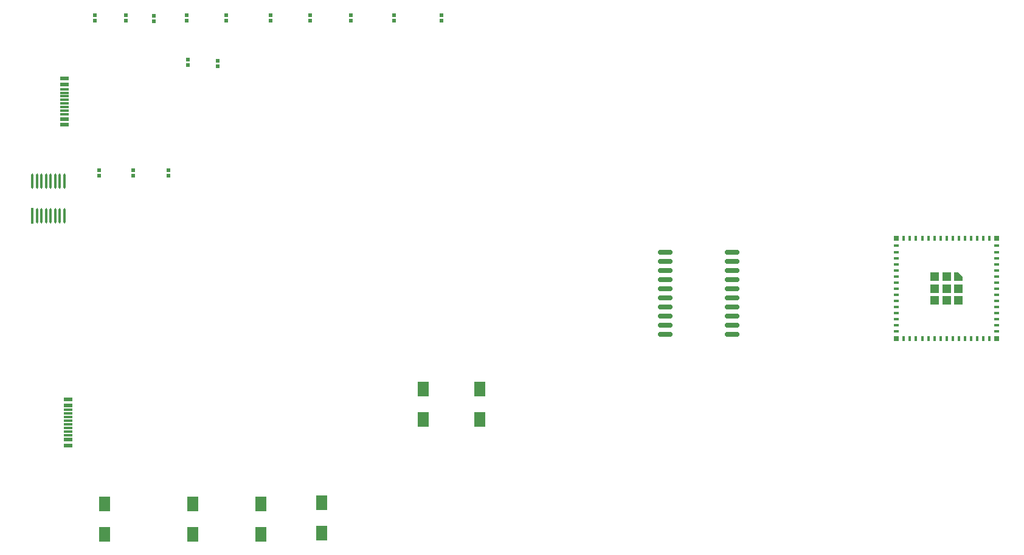
<source format=gbr>
%TF.GenerationSoftware,Altium Limited,Altium Designer,24.3.1 (35)*%
G04 Layer_Color=8421504*
%FSLAX45Y45*%
%MOMM*%
%TF.SameCoordinates,9497362C-8314-4730-AF2A-4C837BA13D10*%
%TF.FilePolarity,Positive*%
%TF.FileFunction,Paste,Top*%
%TF.Part,Single*%
G01*
G75*
%TA.AperFunction,SMDPad,CuDef*%
%ADD10R,1.50000X2.12000*%
G04:AMPARAMS|DCode=11|XSize=0.6mm|YSize=2.05mm|CornerRadius=0.15mm|HoleSize=0mm|Usage=FLASHONLY|Rotation=270.000|XOffset=0mm|YOffset=0mm|HoleType=Round|Shape=RoundedRectangle|*
%AMROUNDEDRECTD11*
21,1,0.60000,1.75000,0,0,270.0*
21,1,0.30000,2.05000,0,0,270.0*
1,1,0.30000,-0.87500,-0.15000*
1,1,0.30000,-0.87500,0.15000*
1,1,0.30000,0.87500,0.15000*
1,1,0.30000,0.87500,-0.15000*
%
%ADD11ROUNDEDRECTD11*%
%ADD12R,0.47247X0.51535*%
%ADD13R,1.15000X0.30000*%
%ADD14R,1.15000X0.60000*%
G04:AMPARAMS|DCode=15|XSize=2.2mm|YSize=0.345mm|CornerRadius=0.1725mm|HoleSize=0mm|Usage=FLASHONLY|Rotation=90.000|XOffset=0mm|YOffset=0mm|HoleType=Round|Shape=RoundedRectangle|*
%AMROUNDEDRECTD15*
21,1,2.20000,0.00000,0,0,90.0*
21,1,1.85500,0.34500,0,0,90.0*
1,1,0.34500,0.00000,0.92750*
1,1,0.34500,0.00000,-0.92750*
1,1,0.34500,0.00000,-0.92750*
1,1,0.34500,0.00000,0.92750*
%
%ADD15ROUNDEDRECTD15*%
%ADD16R,0.34500X2.20000*%
%ADD17R,0.80000X0.80000*%
%ADD18R,0.40000X0.80000*%
%ADD19R,0.80000X0.40000*%
%TA.AperFunction,BGAPad,CuDef*%
%ADD21R,1.20000X1.20000*%
G36*
X17883501Y9591900D02*
Y9711900D01*
X17943500D01*
X18003500Y9651900D01*
Y9591900D01*
X17883501D01*
D02*
G37*
D10*
X6054898Y6489700D02*
D03*
Y6066699D02*
D03*
X9080500Y6083300D02*
D03*
Y6506301D02*
D03*
X10490200Y7665903D02*
D03*
Y8088899D02*
D03*
X7286198Y6066699D02*
D03*
Y6489700D02*
D03*
X11277600Y7666899D02*
D03*
Y8089900D02*
D03*
X8229600Y6066699D02*
D03*
Y6489700D02*
D03*
D11*
X14791101Y9994900D02*
D03*
Y9867900D02*
D03*
Y9740900D02*
D03*
Y9613900D02*
D03*
Y9486900D02*
D03*
Y9359900D02*
D03*
X13860098Y9105900D02*
D03*
Y8851900D02*
D03*
Y9232900D02*
D03*
Y9486900D02*
D03*
Y8978900D02*
D03*
Y9359900D02*
D03*
X14791101Y8851900D02*
D03*
Y8978900D02*
D03*
Y9232900D02*
D03*
X13860098Y9613900D02*
D03*
Y9740900D02*
D03*
Y9994900D02*
D03*
X14791101Y9105900D02*
D03*
X13860098Y9867900D02*
D03*
D12*
X10744200Y13296655D02*
D03*
Y13220944D02*
D03*
X5981700Y11137656D02*
D03*
Y11061944D02*
D03*
X6451600Y11137656D02*
D03*
Y11061944D02*
D03*
X6946900Y11137656D02*
D03*
Y11061944D02*
D03*
X6350000Y13296655D02*
D03*
Y13220944D02*
D03*
X5918200Y13296655D02*
D03*
Y13220944D02*
D03*
X6743700Y13283955D02*
D03*
Y13208244D02*
D03*
X7200900Y13296655D02*
D03*
Y13220944D02*
D03*
X7747000Y13296655D02*
D03*
Y13220944D02*
D03*
X8915400Y13296655D02*
D03*
Y13220944D02*
D03*
X8369300Y13296655D02*
D03*
Y13220944D02*
D03*
X9486900Y13296655D02*
D03*
Y13220944D02*
D03*
X10083800Y13296655D02*
D03*
Y13220944D02*
D03*
X7213600Y12674600D02*
D03*
Y12598888D02*
D03*
X7632700Y12661656D02*
D03*
Y12585944D02*
D03*
D13*
X5498699Y12265401D02*
D03*
Y12215398D02*
D03*
Y12165401D02*
D03*
Y12115399D02*
D03*
Y12065401D02*
D03*
Y12015399D02*
D03*
Y11965402D02*
D03*
Y11915399D02*
D03*
X5550251Y7797500D02*
D03*
Y7747503D02*
D03*
Y7697500D02*
D03*
Y7647498D02*
D03*
Y7597501D02*
D03*
Y7547498D02*
D03*
Y7497501D02*
D03*
Y7447498D02*
D03*
D14*
X5498699Y11850400D02*
D03*
Y12330400D02*
D03*
Y12410399D02*
D03*
Y11770401D02*
D03*
X5550251Y7382500D02*
D03*
Y7862499D02*
D03*
Y7942499D02*
D03*
Y7302500D02*
D03*
D15*
X5048250Y10984200D02*
D03*
X5111750D02*
D03*
X5175250D02*
D03*
X5238750D02*
D03*
X5302250D02*
D03*
X5365750D02*
D03*
X5429250D02*
D03*
X5492750D02*
D03*
Y10504200D02*
D03*
X5429250D02*
D03*
X5365750D02*
D03*
X5302250D02*
D03*
X5238750D02*
D03*
X5175250D02*
D03*
X5111750D02*
D03*
D16*
X5048250D02*
D03*
D17*
X18478500Y10186899D02*
D03*
X17078497D02*
D03*
X18478500Y8786901D02*
D03*
X17078497D02*
D03*
D18*
X18373502Y10186899D02*
D03*
X18288498D02*
D03*
X18203499D02*
D03*
X18118501D02*
D03*
X18033502D02*
D03*
X17948499D02*
D03*
X17863499D02*
D03*
X17778500D02*
D03*
X17693498D02*
D03*
X17608499D02*
D03*
X17523502D02*
D03*
X17438503D02*
D03*
X17353497D02*
D03*
X17268500D02*
D03*
X17183501D02*
D03*
Y8786901D02*
D03*
X17268500D02*
D03*
X17353497D02*
D03*
X17438503D02*
D03*
X17523502D02*
D03*
X17608499D02*
D03*
X17693498D02*
D03*
X17778500D02*
D03*
X17863499D02*
D03*
X17948499D02*
D03*
X18033502D02*
D03*
X18118501D02*
D03*
X18203499D02*
D03*
X18288498D02*
D03*
X18373502D02*
D03*
D19*
X17078497Y10081900D02*
D03*
Y9996902D02*
D03*
Y9911898D02*
D03*
Y9826899D02*
D03*
Y9741901D02*
D03*
Y9656902D02*
D03*
Y9571899D02*
D03*
Y9486900D02*
D03*
Y9401901D02*
D03*
Y9316898D02*
D03*
Y9231899D02*
D03*
Y9146901D02*
D03*
Y9061902D02*
D03*
Y8976898D02*
D03*
Y8891900D02*
D03*
X18478500D02*
D03*
Y8976898D02*
D03*
Y9061902D02*
D03*
Y9146901D02*
D03*
Y9231899D02*
D03*
Y9316898D02*
D03*
Y9401901D02*
D03*
Y9486900D02*
D03*
Y9571899D02*
D03*
Y9656902D02*
D03*
Y9741901D02*
D03*
Y9826899D02*
D03*
Y9911898D02*
D03*
Y9996902D02*
D03*
Y10081900D02*
D03*
D21*
X17778500Y9486900D02*
D03*
X17943500D02*
D03*
Y9321902D02*
D03*
X17778500D02*
D03*
X17613498D02*
D03*
Y9486900D02*
D03*
Y9651898D02*
D03*
X17778500D02*
D03*
%TF.MD5,e99a574c0b7ec26b7bf6a434e2595423*%
M02*

</source>
